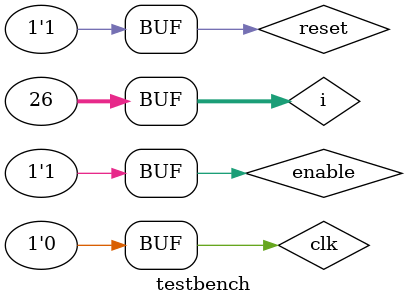
<source format=v>
`include "Q1.v"
`timescale 1ns / 1ps
module testbench;
	reg clk;
	reg reset;
	reg enable;
	wire [2:0] out;
	mod_8_counter counter(
		.clk(clk),
		.reset(reset),
		.enable(enable),
		.out(out)
	);

	integer i;
	initial
	begin
		clk = 0;
		for (i = 0; i <= 25; i=i+1)
		begin
			#10 clk = ~clk;			
		end
	end

	initial
	begin
		reset = 1;
		enable = 1;
		#20 reset = 0;
		#10 enable = 0;
		#20 reset = 1;
		#10 enable = 1;
		#100 enable = 0;
		#50 enable = 1;
	end

	initial
	begin
		$monitor("clk = %d\treset = %d\tenable = %d\tout = %3b", clk, reset, enable, out);
	end

endmodule

</source>
